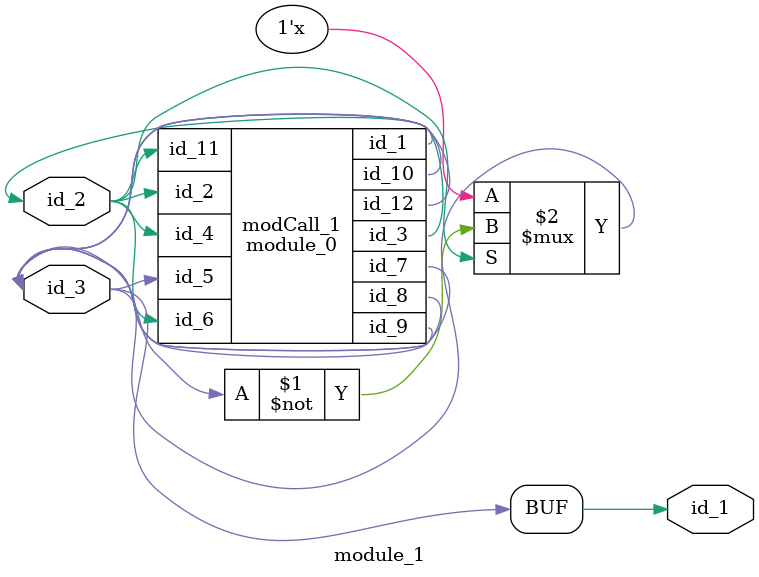
<source format=v>
module module_0 (
    id_1,
    id_2,
    id_3,
    id_4,
    id_5,
    id_6,
    id_7,
    id_8,
    id_9,
    id_10,
    id_11,
    id_12
);
  inout wire id_12;
  input wire id_11;
  inout wire id_10;
  inout wire id_9;
  output wire id_8;
  output wire id_7;
  input wire id_6;
  input wire id_5;
  input wire id_4;
  inout wire id_3;
  input wire id_2;
  inout wire id_1;
  wire id_13 = id_5;
  assign id_3 = id_6;
endmodule
module module_1 (
    id_1,
    id_2,
    id_3
);
  inout wire id_3;
  inout wire id_2;
  output wire id_1;
  notif1 primCall (id_1, id_3, id_2);
  module_0 modCall_1 (
      id_3,
      id_2,
      id_2,
      id_2,
      id_3,
      id_2,
      id_3,
      id_3,
      id_3,
      id_3,
      id_2,
      id_3
  );
  assign id_1 = id_3;
endmodule

</source>
